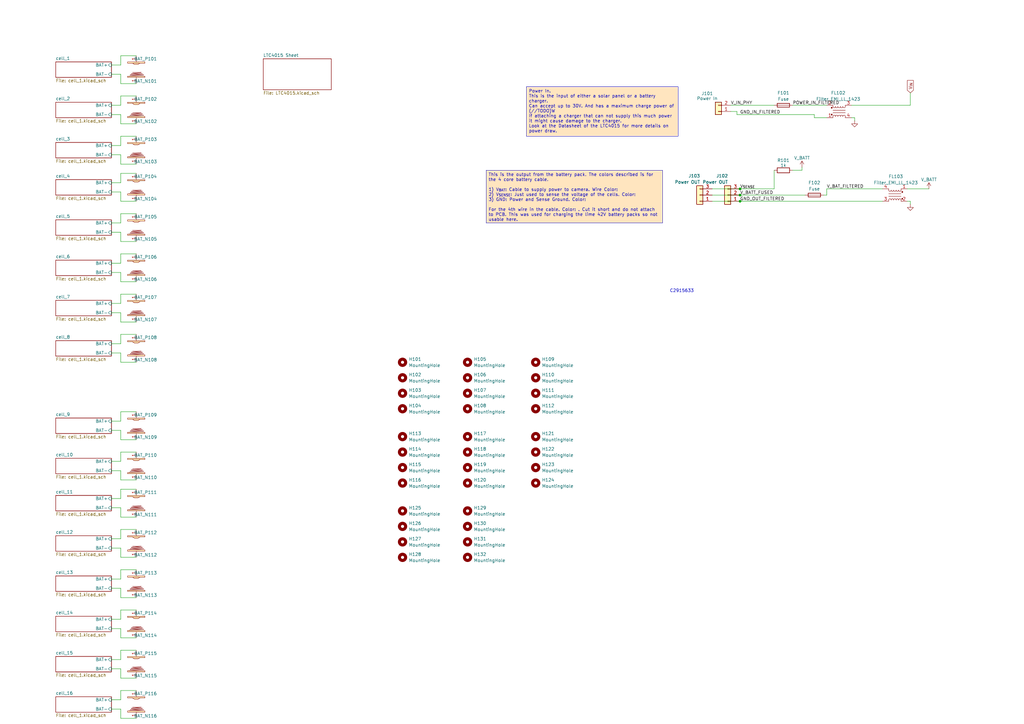
<source format=kicad_sch>
(kicad_sch (version 20250114) (generator "eeschema") (generator_version "9.0")
  (paper "A3")
  (lib_symbols
    (symbol "Connector_Generic:Conn_01x02" (pin_names (offset 1.016) (hide yes))
      (property "Reference" "J" (at 0 2.54 0))
      (property "Value" "Conn_01x02" (at 0 -5.08 0))
      (symbol "Conn_01x02_1_1"
        (rectangle (start -1.27 1.27) (end 1.27 -3.81) (stroke (width 0.254)) (fill (type background)))
        (rectangle (start -1.27 0.127) (end 0 -0.127) (stroke (width 0.1524)))
        (rectangle (start -1.27 -2.413) (end 0 -2.667) (stroke (width 0.1524)))
        (pin passive line (at -5.08 0 0) (length 3.81) (name "Pin_1") (number "1"))
        (pin passive line (at -5.08 -2.54 0) (length 3.81) (name "Pin_2") (number "2"))
      )
    )
    (symbol "Connector_Generic:Conn_01x03" (pin_names (offset 1.016) (hide yes))
      (property "Reference" "J" (at 0 5.08 0))
      (property "Value" "Conn_01x03" (at 0 -5.08 0))
      (symbol "Conn_01x03_1_1"
        (rectangle (start -1.27 3.81) (end 1.27 -3.81) (stroke (width 0.254)) (fill (type background)))
        (rectangle (start -1.27 2.667) (end 0 2.413) (stroke (width 0.1524)))
        (rectangle (start -1.27 0.127) (end 0 -0.127) (stroke (width 0.1524)))
        (rectangle (start -1.27 -2.413) (end 0 -2.667) (stroke (width 0.1524)))
        (pin passive line (at -5.08 2.54 0) (length 3.81) (name "Pin_1") (number "1"))
        (pin passive line (at -5.08 0 0) (length 3.81) (name "Pin_2") (number "2"))
        (pin passive line (at -5.08 -2.54 0) (length 3.81) (name "Pin_3") (number "3"))
      )
    )
    (symbol "Device:Filter_EMI_LL_1423" (pin_names (hide yes))
      (property "Reference" "FL" (at 0 4.445 0))
      (property "Value" "Filter_EMI_LL_1423" (at 0 -4.445 0))
      (symbol "Filter_EMI_LL_1423_0_1"
        (circle (center -3.048 1.524) (radius 0.254) (fill (type outline)))
        (circle (center -3.048 -1.27) (radius 0.254) (fill (type outline)))
        (polyline (pts (xy -2.54 2.032) (xy -2.54 2.54)))
        (polyline (pts (xy -2.54 0.508) (xy 2.54 0.508)))
        (polyline (pts (xy -2.54 -2.032) (xy -2.54 -2.54)))
        (arc (start -1.524 2.032) (mid -2.032 1.5262) (end -2.54 2.032))
        (arc (start -2.54 -2.032) (mid -2.032 -1.5262) (end -1.524 -2.032))
        (arc (start -0.508 2.032) (mid -1.016 1.5262) (end -1.524 2.032))
        (arc (start -1.524 -2.032) (mid -1.016 -1.5262) (end -0.508 -2.032))
        (arc (start 0.508 2.032) (mid 0 1.5262) (end -0.508 2.032))
        (arc (start -0.508 -2.032) (mid 0 -1.5262) (end 0.508 -2.032))
        (arc (start 1.524 2.032) (mid 1.016 1.5262) (end 0.508 2.032))
        (arc (start 0.508 -2.032) (mid 1.016 -1.5262) (end 1.524 -2.032))
        (arc (start 2.54 2.032) (mid 2.032 1.5262) (end 1.524 2.032))
        (arc (start 1.524 -2.032) (mid 2.032 -1.5262) (end 2.54 -2.032))
        (polyline (pts (xy 2.54 2.54) (xy 2.54 2.032)))
        (polyline (pts (xy 2.54 -0.508) (xy -2.54 -0.508)))
        (polyline (pts (xy 2.54 -2.032) (xy 2.54 -2.54)))
      )
      (symbol "Filter_EMI_LL_1423_1_1"
        (pin passive line (at -5.08 2.54 0) (length 2.54) (name "2") (number "2"))
        (pin passive line (at -5.08 -2.54 0) (length 2.54) (name "1") (number "1"))
        (pin passive line (at 5.08 2.54 180) (length 2.54) (name "3") (number "3"))
        (pin passive line (at 5.08 -2.54 180) (length 2.54) (name "4") (number "4"))
      )
    )
    (symbol "Device:Fuse" (pin_numbers (hide yes)) (pin_names (offset 0))
      (property "Reference" "F" (at 2.032 0 90))
      (property "Value" "Fuse" (at -1.905 0 90))
      (symbol "Fuse_0_1"
        (rectangle (start -0.762 -2.54) (end 0.762 2.54) (stroke (width 0.254)))
        (polyline (pts (xy 0 2.54) (xy 0 -2.54)))
      )
      (symbol "Fuse_1_1"
        (pin passive line (at 0 3.81 270) (length 1.27) (name "~") (number "1"))
        (pin passive line (at 0 -3.81 90) (length 1.27) (name "~") (number "2"))
      )
    )
    (symbol "Device:R" (pin_numbers (hide yes)) (pin_names (offset 0))
      (property "Reference" "R" (at 2.032 0 90))
      (property "Value" "R" (at 0 0 90))
      (symbol "R_0_1"
        (rectangle (start -1.016 -2.54) (end 1.016 2.54) (stroke (width 0.254)))
      )
      (symbol "R_1_1"
        (pin passive line (at 0 3.81 270) (length 1.27) (name "~") (number "1"))
        (pin passive line (at 0 -3.81 90) (length 1.27) (name "~") (number "2"))
      )
    )
    (symbol "MY-18650-04-J_1"
      (property "Reference" "BAT_P1" (at 2.54 1.27 0))
      (symbol "MY-18650-04-J_1_1_1"
        (polyline (pts (xy -1.524 -0.508) (xy 1.524 -0.508)))
        (polyline (pts (xy 3.556 0) (xy 3.556 -0.508) (xy 1.524 -0.508) (xy 0.762 -1.016) (xy -0.762 -1.016) (xy -1.524 -0.508) (xy -3.556 -0.508) (xy -3.556 0) (xy 3.556 0)) (fill (type color) (color 255 255 194 1)))
        (pin unspecified line (at 0 2.54 270) (length 2.54) (name "") (number "1"))
      )
    )
    (symbol "Mechanical:MountingHole" (pin_names (offset 1.016)) (in_bom no)
      (property "Reference" "H" (at 0 5.08 0))
      (property "Value" "MountingHole" (at 0 3.175 0))
      (symbol "MountingHole_0_1"
        (circle (center 0 0) (radius 1.27) (stroke (width 1.27)))
      )
    )
    (symbol "cacophony-library:MY-18650-05-J"
      (property "Reference" "BAT_N2" (at 2.54 -1.27 0))
      (symbol "MY-18650-05-J_1_1"
        (rectangle (start -3.556 0.508) (end 3.556 0) (fill (type color) (color 255 255 194 1)))
        (polyline (pts (xy -3.048 0.508) (xy 3.048 1.016)))
        (polyline (pts (xy -2.54 1.016) (xy 2.54 1.524)))
        (polyline (pts (xy -2.032 1.524) (xy 2.032 2.032)))
        (polyline (pts (xy 2.032 2.032) (xy -1.524 2.032)))
        (polyline (pts (xy 2.54 1.524) (xy -2.032 1.524)))
        (polyline (pts (xy 3.048 1.016) (xy -2.54 1.016)))
        (pin power_out line (at 0 -2.54 90) (length 2.54) (name "") (number "1"))
      )
    )
    (symbol "cacophony-library:V_BATT" (power) (pin_names (offset 0))
      (property "Value" "V_BATT" (at 0 3.81 0))
      (symbol "V_BATT_0_1"
        (polyline (pts (xy -0.762 1.27) (xy 0 2.54)))
        (polyline (pts (xy 0 2.54) (xy 0.762 1.27)))
        (polyline (pts (xy 0 0) (xy 0 2.54)))
      )
      (symbol "V_BATT_1_1"
        (pin power_in line (at 0 0 90) (length 0) (hide yes) (name "V_BATT") (number "1"))
      )
    )
    (symbol "power:GND" (power) (pin_numbers (hide yes)) (pin_names (offset 0) (hide yes))
      (property "Value" "GND" (at 0 -3.81 0))
      (symbol "GND_0_1"
        (polyline (pts (xy 0 0) (xy 0 -1.27) (xy 1.27 -1.27) (xy 0 -2.54) (xy -1.27 -1.27) (xy 0 -1.27)))
      )
      (symbol "GND_1_1"
        (pin power_in line (at 0 0 270) (length 0) (name "~") (number "1"))
      )
    )
  )
  (text "C2915633" (at 279.654 119.38 0) (effects (font (size 1.27 1.27))))
  (text_box "This is the output from the battery pack. The colors described is for the 4 core battery cable.\n\n1) V_{BAT}: Cable to supply power to camera. Wire Color: \n2) V_{SENSE}: Just used to sense the voltage of the cells. Color: \n3) GND: Power and Sense Ground. Color: \n\nFor the 4th wire in the cable. Color: . Cut it short and do not attach to PCB. This was used for charging the lime 42V battery packs so not usable here.\n" (at 199.39 69.85 0) (size 72.39 21.59) (margins 0.9525 0.9525 0.9525 0.9525) (fill (type color) (color 255 229 191 1)) (effects (font (size 1.27 1.27)) (justify left top)))
  (text_box "Power In.\nThis is the input of either a solar panel or a battery charger.\nCan accept up to 30V. And has a maximum charge power of (//TODO)W\nIf attaching a charger that can not supply this much power it might cause damage to the charger.\nLook at the Datasheet of the LTC4015 for more details on power draw." (at 215.9 35.56 0) (size 62.23 20.32) (margins 0.9525 0.9525 0.9525 0.9525) (fill (type color) (color 255 229 191 1)) (effects (font (size 1.27 1.27)) (justify left top)))
  (junction (at 303.53 82.55))
  (junction (at 303.53 80.01))
  (junction (at 303.53 77.47))
  (wire (pts (xy 45.72 59.69) (xy 49.53 59.69)))
  (wire (pts (xy 45.72 270.51) (xy 49.53 270.51)))
  (wire (pts (xy 49.53 140.97) (xy 49.53 137.16)))
  (wire (pts (xy 373.38 82.55) (xy 373.38 83.82)))
  (wire (pts (xy 45.72 91.44) (xy 49.53 91.44)))
  (wire (pts (xy 292.1 77.47) (xy 303.53 77.47)))
  (wire (pts (xy 49.53 74.93) (xy 49.53 71.12)))
  (wire (pts (xy 49.53 91.44) (xy 49.53 87.63)))
  (wire (pts (xy 49.53 137.16) (xy 55.88 137.16)))
  (wire (pts (xy 49.53 189.23) (xy 49.53 185.42)))
  (wire (pts (xy 49.53 43.18) (xy 49.53 39.37)))
  (wire (pts (xy 49.53 196.85) (xy 55.88 196.85)))
  (wire (pts (xy 49.53 224.79) (xy 49.53 228.6)))
  (wire (pts (xy 45.72 241.3) (xy 49.53 241.3)))
  (wire (pts (xy 45.72 189.23) (xy 49.53 189.23)))
  (wire (pts (xy 49.53 261.62) (xy 55.88 261.62)))
  (wire (pts (xy 49.53 220.98) (xy 49.53 217.17)))
  (wire (pts (xy 45.72 237.49) (xy 49.53 237.49)))
  (wire (pts (xy 45.72 220.98) (xy 49.53 220.98)))
  (wire (pts (xy 49.53 144.78) (xy 49.53 148.59)))
  (wire (pts (xy 49.53 128.27) (xy 49.53 132.08)))
  (wire (pts (xy 45.72 274.32) (xy 49.53 274.32)))
  (wire (pts (xy 49.53 50.8) (xy 55.88 50.8)))
  (wire (pts (xy 49.53 233.68) (xy 55.88 233.68)))
  (wire (pts (xy 49.53 104.14) (xy 55.88 104.14)))
  (wire (pts (xy 49.53 55.88) (xy 55.88 55.88)))
  (wire (pts (xy 49.53 168.91) (xy 55.88 168.91)))
  (wire (pts (xy 49.53 237.49) (xy 49.53 233.68)))
  (wire (pts (xy 49.53 148.59) (xy 55.88 148.59)))
  (wire (pts (xy 49.53 46.99) (xy 49.53 50.8)))
  (wire (pts (xy 49.53 193.04) (xy 49.53 196.85)))
  (wire (pts (xy 49.53 180.34) (xy 55.88 180.34)))
  (wire (pts (xy 49.53 30.48) (xy 49.53 34.29)))
  (wire (pts (xy 49.53 22.86) (xy 55.88 22.86)))
  (wire (pts (xy 49.53 63.5) (xy 49.53 67.31)))
  (wire (pts (xy 292.1 80.01) (xy 303.53 80.01)))
  (wire (pts (xy 349.25 48.26) (xy 350.52 48.26)))
  (wire (pts (xy 45.72 193.04) (xy 49.53 193.04)))
  (wire (pts (xy 49.53 132.08) (xy 55.88 132.08)))
  (wire (pts (xy 328.93 69.85) (xy 328.93 68.58)))
  (wire (pts (xy 372.11 77.47) (xy 381 77.47)))
  (wire (pts (xy 49.53 208.28) (xy 49.53 212.09)))
  (wire (pts (xy 45.72 128.27) (xy 49.53 128.27)))
  (wire (pts (xy 45.72 78.74) (xy 49.53 78.74)))
  (wire (pts (xy 49.53 111.76) (xy 49.53 115.57)))
  (wire (pts (xy 49.53 172.72) (xy 49.53 168.91)))
  (wire (pts (xy 49.53 254) (xy 49.53 250.19)))
  (wire (pts (xy 49.53 95.25) (xy 49.53 99.06)))
  (wire (pts (xy 325.12 69.85) (xy 328.93 69.85)))
  (wire (pts (xy 49.53 200.66) (xy 55.88 200.66)))
  (wire (pts (xy 49.53 278.13) (xy 55.88 278.13)))
  (wire (pts (xy 49.53 120.65) (xy 55.88 120.65)))
  (wire (pts (xy 303.53 80.01) (xy 330.2 80.01)))
  (wire (pts (xy 49.53 217.17) (xy 55.88 217.17)))
  (wire (pts (xy 49.53 78.74) (xy 49.53 82.55)))
  (wire (pts (xy 49.53 228.6) (xy 55.88 228.6)))
  (wire (pts (xy 49.53 67.31) (xy 55.88 67.31)))
  (wire (pts (xy 49.53 34.29) (xy 55.88 34.29)))
  (wire (pts (xy 49.53 274.32) (xy 49.53 278.13)))
  (wire (pts (xy 49.53 82.55) (xy 55.88 82.55)))
  (wire (pts (xy 49.53 71.12) (xy 55.88 71.12)))
  (wire (pts (xy 299.72 43.18) (xy 317.5 43.18)))
  (wire (pts (xy 45.72 30.48) (xy 49.53 30.48)))
  (wire (pts (xy 292.1 82.55) (xy 303.53 82.55)))
  (wire (pts (xy 334.01 46.99) (xy 334.01 48.26)))
  (wire (pts (xy 45.72 124.46) (xy 49.53 124.46)))
  (wire (pts (xy 49.53 59.69) (xy 49.53 55.88)))
  (wire (pts (xy 49.53 99.06) (xy 55.88 99.06)))
  (wire (pts (xy 49.53 245.11) (xy 55.88 245.11)))
  (wire (pts (xy 45.72 26.67) (xy 49.53 26.67)))
  (wire (pts (xy 302.26 46.99) (xy 334.01 46.99)))
  (wire (pts (xy 45.72 290.83) (xy 49.53 290.83)))
  (wire (pts (xy 49.53 270.51) (xy 49.53 266.7)))
  (wire (pts (xy 45.72 254) (xy 49.53 254)))
  (wire (pts (xy 302.26 45.72) (xy 302.26 46.99)))
  (wire (pts (xy 349.25 43.18) (xy 373.38 43.18)))
  (wire (pts (xy 45.72 107.95) (xy 49.53 107.95)))
  (wire (pts (xy 45.72 140.97) (xy 49.53 140.97)))
  (wire (pts (xy 49.53 39.37) (xy 55.88 39.37)))
  (wire (pts (xy 49.53 115.57) (xy 55.88 115.57)))
  (wire (pts (xy 49.53 87.63) (xy 55.88 87.63)))
  (wire (pts (xy 339.09 77.47) (xy 339.09 80.01)))
  (wire (pts (xy 45.72 111.76) (xy 49.53 111.76)))
  (wire (pts (xy 303.53 82.55) (xy 361.95 82.55)))
  (wire (pts (xy 45.72 176.53) (xy 49.53 176.53)))
  (wire (pts (xy 299.72 45.72) (xy 302.26 45.72)))
  (wire (pts (xy 317.5 69.85) (xy 317.5 77.47)))
  (wire (pts (xy 49.53 283.21) (xy 55.88 283.21)))
  (wire (pts (xy 45.72 46.99) (xy 49.53 46.99)))
  (wire (pts (xy 334.01 48.26) (xy 339.09 48.26)))
  (wire (pts (xy 339.09 77.47) (xy 361.95 77.47)))
  (wire (pts (xy 325.12 43.18) (xy 339.09 43.18)))
  (wire (pts (xy 45.72 257.81) (xy 49.53 257.81)))
  (wire (pts (xy 49.53 176.53) (xy 49.53 180.34)))
  (wire (pts (xy 45.72 144.78) (xy 49.53 144.78)))
  (wire (pts (xy 45.72 43.18) (xy 49.53 43.18)))
  (wire (pts (xy 317.5 77.47) (xy 303.53 77.47)))
  (wire (pts (xy 49.53 287.02) (xy 49.53 283.21)))
  (wire (pts (xy 45.72 208.28) (xy 49.53 208.28)))
  (wire (pts (xy 337.82 80.01) (xy 339.09 80.01)))
  (wire (pts (xy 49.53 290.83) (xy 49.53 294.64)))
  (wire (pts (xy 49.53 212.09) (xy 55.88 212.09)))
  (wire (pts (xy 45.72 224.79) (xy 49.53 224.79)))
  (wire (pts (xy 49.53 124.46) (xy 49.53 120.65)))
  (wire (pts (xy 49.53 26.67) (xy 49.53 22.86)))
  (wire (pts (xy 49.53 204.47) (xy 49.53 200.66)))
  (wire (pts (xy 49.53 250.19) (xy 55.88 250.19)))
  (wire (pts (xy 45.72 204.47) (xy 49.53 204.47)))
  (wire (pts (xy 45.72 172.72) (xy 49.53 172.72)))
  (wire (pts (xy 49.53 294.64) (xy 55.88 294.64)))
  (wire (pts (xy 45.72 63.5) (xy 49.53 63.5)))
  (wire (pts (xy 49.53 266.7) (xy 55.88 266.7)))
  (wire (pts (xy 49.53 185.42) (xy 55.88 185.42)))
  (wire (pts (xy 373.38 38.1) (xy 373.38 43.18)))
  (wire (pts (xy 49.53 257.81) (xy 49.53 261.62)))
  (wire (pts (xy 45.72 287.02) (xy 49.53 287.02)))
  (wire (pts (xy 49.53 107.95) (xy 49.53 104.14)))
  (wire (pts (xy 45.72 95.25) (xy 49.53 95.25)))
  (wire (pts (xy 372.11 82.55) (xy 373.38 82.55)))
  (wire (pts (xy 45.72 74.93) (xy 49.53 74.93)))
  (wire (pts (xy 49.53 241.3) (xy 49.53 245.11)))
  (wire (pts (xy 350.52 48.26) (xy 350.52 49.53)))
  (label "POWER_IN_FILTERED" (at 325.12 43.18 0))
  (label "V_BAT_FILTERED" (at 339.09 77.47 0))
  (label "GND_IN_FILTERED" (at 303.53 46.99 0))
  (label "GND_OUT_FILTERED" (at 303.53 82.55 0))
  (label "V_BATT_FUSED" (at 303.53 80.01 0))
  (label "V_{SENSE}" (at 303.53 77.47 0))
  (label "V_IN_PHY" (at 299.72 43.18 0))
  (global_label "V_{IN}" (shape input) (at 373.38 38.1 90) (property "Intersheetrefs" "${INTERSHEET_REFS}" (effects (hide yes))))
  (symbol (lib_id "Mechanical:MountingHole") (at 219.71 179.07 0) (unit 1) (in_bom no)
    (property "Reference" "H121" (at 222.25 177.7999 0) (effects (justify left)))
    (property "Value" "MountingHole" (at 222.25 180.3399 0) (effects (justify left)))
    (property "Footprint" "cacophony-library:MountingHole_3.2mm_no_bolt_head" (effects (hide yes)))
    (property "Description" "Mounting Hole without connection" (effects (hide yes)))
  )
  (symbol (lib_id "cacophony-library:MY-18650-05-J") (at 55.88 113.03 0) (unit 1)
    (property "Reference" "BAT_N106" (at 59.69 114.554 0))
    (property "Value" "MY-18650-05-J" (effects (hide yes)))
    (property "Footprint" "cacophony-library:BAT-TH_MY-18650-05-J" (effects (hide yes)))
    (property "LCSC Part" "C19184124" (effects (hide yes)))
  )
  (symbol (lib_id "cacophony-library:MY-18650-05-J") (at 55.88 31.75 0) (unit 1)
    (property "Reference" "BAT_N101" (at 59.69 33.274 0))
    (property "Value" "MY-18650-05-J" (effects (hide yes)))
    (property "Footprint" "cacophony-library:BAT-TH_MY-18650-05-J" (effects (hide yes)))
    (property "LCSC Part" "C19184124" (effects (hide yes)))
  )
  (symbol (lib_id "Mechanical:MountingHole") (at 165.1 148.59 0) (unit 1) (in_bom no)
    (property "Reference" "H101" (at 167.64 147.3199 0) (effects (justify left)))
    (property "Value" "MountingHole" (at 167.64 149.8599 0) (effects (justify left)))
    (property "Footprint" "cacophony-library:MountingHole_3.2mm_no_bolt_head" (effects (hide yes)))
    (property "Description" "Mounting Hole without connection" (effects (hide yes)))
  )
  (symbol (lib_name "MY-18650-04-J_1") (lib_id "cacophony-library:MY-18650-04-J") (at 55.88 123.19 0) (unit 1)
    (property "Reference" "BAT_P107" (at 59.69 121.92 0))
    (property "Value" "MY-18650-04-J" (effects (hide yes)))
    (property "Footprint" "cacophony-library:BAT-TH_MY-18650-04-J" (effects (hide yes)))
    (property "LCSC Part" "C19184125" (effects (hide yes)))
  )
  (symbol (lib_id "Mechanical:MountingHole") (at 165.1 179.07 0) (unit 1) (in_bom no)
    (property "Reference" "H113" (at 167.64 177.7999 0) (effects (justify left)))
    (property "Value" "MountingHole" (at 167.64 180.3399 0) (effects (justify left)))
    (property "Footprint" "cacophony-library:MountingHole_3.2mm_no_bolt_head" (effects (hide yes)))
    (property "Description" "Mounting Hole without connection" (effects (hide yes)))
  )
  (symbol (lib_name "MY-18650-04-J_1") (lib_id "cacophony-library:MY-18650-04-J") (at 55.88 236.22 0) (unit 1)
    (property "Reference" "BAT_P113" (at 59.69 234.95 0))
    (property "Value" "MY-18650-04-J" (effects (hide yes)))
    (property "Footprint" "cacophony-library:BAT-TH_MY-18650-04-J" (effects (hide yes)))
    (property "LCSC Part" "C19184125" (effects (hide yes)))
  )
  (symbol (lib_id "Mechanical:MountingHole") (at 219.71 154.94 0) (unit 1) (in_bom no)
    (property "Reference" "H110" (at 222.25 153.6699 0) (effects (justify left)))
    (property "Value" "MountingHole" (at 222.25 156.2099 0) (effects (justify left)))
    (property "Footprint" "cacophony-library:MountingHole_3.2mm_no_bolt_head" (effects (hide yes)))
    (property "Description" "Mounting Hole without connection" (effects (hide yes)))
  )
  (symbol (lib_id "Mechanical:MountingHole") (at 165.1 215.9 0) (unit 1) (in_bom no)
    (property "Reference" "H126" (at 167.64 214.6299 0) (effects (justify left)))
    (property "Value" "MountingHole" (at 167.64 217.1699 0) (effects (justify left)))
    (property "Footprint" "cacophony-library:MountingHole_3.2mm_no_bolt_head" (effects (hide yes)))
    (property "Description" "Mounting Hole without connection" (effects (hide yes)))
  )
  (symbol (lib_id "cacophony-library:MY-18650-05-J") (at 55.88 80.01 0) (unit 1)
    (property "Reference" "BAT_N104" (at 59.69 81.534 0))
    (property "Value" "MY-18650-05-J" (effects (hide yes)))
    (property "Footprint" "cacophony-library:BAT-TH_MY-18650-05-J" (effects (hide yes)))
    (property "LCSC Part" "C19184124" (effects (hide yes)))
  )
  (symbol (lib_id "cacophony-library:MY-18650-05-J") (at 55.88 242.57 0) (unit 1)
    (property "Reference" "BAT_N113" (at 59.69 244.094 0))
    (property "Value" "MY-18650-05-J" (effects (hide yes)))
    (property "Footprint" "cacophony-library:BAT-TH_MY-18650-05-J" (effects (hide yes)))
    (property "LCSC Part" "C19184124" (effects (hide yes)))
  )
  (symbol (lib_id "cacophony-library:MY-18650-05-J") (at 55.88 96.52 0) (unit 1)
    (property "Reference" "BAT_N105" (at 59.69 98.044 0))
    (property "Value" "MY-18650-05-J" (effects (hide yes)))
    (property "Footprint" "cacophony-library:BAT-TH_MY-18650-05-J" (effects (hide yes)))
    (property "LCSC Part" "C19184124" (effects (hide yes)))
  )
  (symbol (lib_id "cacophony-library:MY-18650-05-J") (at 55.88 129.54 0) (unit 1)
    (property "Reference" "BAT_N107" (at 59.69 131.064 0))
    (property "Value" "MY-18650-05-J" (effects (hide yes)))
    (property "Footprint" "cacophony-library:BAT-TH_MY-18650-05-J" (effects (hide yes)))
    (property "LCSC Part" "C19184124" (effects (hide yes)))
  )
  (symbol (lib_id "Mechanical:MountingHole") (at 219.71 167.64 0) (unit 1) (in_bom no)
    (property "Reference" "H112" (at 222.25 166.3699 0) (effects (justify left)))
    (property "Value" "MountingHole" (at 222.25 168.9099 0) (effects (justify left)))
    (property "Footprint" "cacophony-library:MountingHole_3.2mm_no_bolt_head" (effects (hide yes)))
    (property "Description" "Mounting Hole without connection" (effects (hide yes)))
  )
  (symbol (lib_name "MY-18650-04-J_1") (lib_id "cacophony-library:MY-18650-04-J") (at 55.88 187.96 0) (unit 1)
    (property "Reference" "BAT_P110" (at 59.69 186.69 0))
    (property "Value" "MY-18650-04-J" (effects (hide yes)))
    (property "Footprint" "cacophony-library:BAT-TH_MY-18650-04-J" (effects (hide yes)))
    (property "LCSC Part" "C19184125" (effects (hide yes)))
  )
  (symbol (lib_id "Mechanical:MountingHole") (at 165.1 154.94 0) (unit 1) (in_bom no)
    (property "Reference" "H102" (at 167.64 153.6699 0) (effects (justify left)))
    (property "Value" "MountingHole" (at 167.64 156.2099 0) (effects (justify left)))
    (property "Footprint" "cacophony-library:MountingHole_3.2mm_no_bolt_head" (effects (hide yes)))
    (property "Description" "Mounting Hole without connection" (effects (hide yes)))
  )
  (symbol (lib_id "Mechanical:MountingHole") (at 191.77 228.6 0) (unit 1) (in_bom no)
    (property "Reference" "H132" (at 194.31 227.3299 0) (effects (justify left)))
    (property "Value" "MountingHole" (at 194.31 229.8699 0) (effects (justify left)))
    (property "Footprint" "cacophony-library:MountingHole_3.2mm_no_bolt_head" (effects (hide yes)))
    (property "Description" "Mounting Hole without connection" (effects (hide yes)))
  )
  (symbol (lib_id "Mechanical:MountingHole") (at 165.1 209.55 0) (unit 1) (in_bom no)
    (property "Reference" "H125" (at 167.64 208.2799 0) (effects (justify left)))
    (property "Value" "MountingHole" (at 167.64 210.8199 0) (effects (justify left)))
    (property "Footprint" "cacophony-library:MountingHole_3.2mm_no_bolt_head" (effects (hide yes)))
    (property "Description" "Mounting Hole without connection" (effects (hide yes)))
  )
  (symbol (lib_name "MY-18650-04-J_1") (lib_id "cacophony-library:MY-18650-04-J") (at 55.88 90.17 0) (unit 1)
    (property "Reference" "BAT_P105" (at 59.69 88.9 0))
    (property "Value" "MY-18650-04-J" (effects (hide yes)))
    (property "Footprint" "cacophony-library:BAT-TH_MY-18650-04-J" (effects (hide yes)))
    (property "LCSC Part" "C19184125" (effects (hide yes)))
  )
  (symbol (lib_id "cacophony-library:MY-18650-05-J") (at 55.88 64.77 0) (unit 1)
    (property "Reference" "BAT_N103" (at 59.69 66.294 0))
    (property "Value" "MY-18650-05-J" (effects (hide yes)))
    (property "Footprint" "cacophony-library:BAT-TH_MY-18650-05-J" (effects (hide yes)))
    (property "LCSC Part" "C19184124" (effects (hide yes)))
  )
  (symbol (lib_name "MY-18650-04-J_1") (lib_id "cacophony-library:MY-18650-04-J") (at 55.88 285.75 0) (unit 1)
    (property "Reference" "BAT_P116" (at 59.69 284.48 0))
    (property "Value" "MY-18650-04-J" (effects (hide yes)))
    (property "Footprint" "cacophony-library:BAT-TH_MY-18650-04-J" (effects (hide yes)))
    (property "LCSC Part" "C19184125" (effects (hide yes)))
  )
  (symbol (lib_id "Device:Filter_EMI_LL_1423") (at 367.03 80.01 180) (unit 1)
    (property "Reference" "FL103" (at 367.411 72.39 0))
    (property "Value" "Filter_EMI_LL_1423" (at 367.411 74.93 0))
    (property "Footprint" "cacophony-library:FILTER-SMD_4P-L7.0-W6.0-TL_CYSCM7060FTL" (effects (hide yes)))
    (property "Description" "EMI 2-inductor filter, pin-connections 1-4 and 2-3" (effects (hide yes)))
    (property "LCSC Part" "C261388" (effects (hide yes)))
  )
  (symbol (lib_id "Mechanical:MountingHole") (at 191.77 161.29 0) (unit 1) (in_bom no)
    (property "Reference" "H107" (at 194.31 160.0199 0) (effects (justify left)))
    (property "Value" "MountingHole" (at 194.31 162.5599 0) (effects (justify left)))
    (property "Footprint" "cacophony-library:MountingHole_3.2mm_no_bolt_head" (effects (hide yes)))
    (property "Description" "Mounting Hole without connection" (effects (hide yes)))
  )
  (symbol (lib_id "power:GND") (at 350.52 49.53 0) (unit 1)
    (property "Reference" "#PWR0101" (effects (hide yes)))
    (property "Value" "GND" (effects (hide yes)))
    (property "Description" "Power symbol creates a global label with name \"GND\" , ground" (effects (hide yes)))
  )
  (symbol (lib_id "Device:Filter_EMI_LL_1423") (at 344.17 45.72 0) (unit 1)
    (property "Reference" "FL102" (at 343.789 38.1 0))
    (property "Value" "Filter_EMI_LL_1423" (at 343.789 40.64 0))
    (property "Footprint" "cacophony-library:FILTER-SMD_4P-L7.0-W6.0-TL_CYSCM7060FTL" (effects (hide yes)))
    (property "Description" "EMI 2-inductor filter, pin-connections 1-4 and 2-3" (effects (hide yes)))
    (property "LCSC Part" "C261388" (effects (hide yes)))
  )
  (symbol (lib_id "Mechanical:MountingHole") (at 191.77 209.55 0) (unit 1) (in_bom no)
    (property "Reference" "H129" (at 194.31 208.2799 0) (effects (justify left)))
    (property "Value" "MountingHole" (at 194.31 210.8199 0) (effects (justify left)))
    (property "Footprint" "cacophony-library:MountingHole_3.2mm_no_bolt_head" (effects (hide yes)))
    (property "Description" "Mounting Hole without connection" (effects (hide yes)))
  )
  (symbol (lib_id "cacophony-library:MY-18650-05-J") (at 55.88 177.8 0) (unit 1)
    (property "Reference" "BAT_N109" (at 59.69 179.324 0))
    (property "Value" "MY-18650-05-J" (effects (hide yes)))
    (property "Footprint" "cacophony-library:BAT-TH_MY-18650-05-J" (effects (hide yes)))
    (property "LCSC Part" "C19184124" (effects (hide yes)))
  )
  (symbol (lib_id "Mechanical:MountingHole") (at 191.77 185.42 0) (unit 1) (in_bom no)
    (property "Reference" "H118" (at 194.31 184.1499 0) (effects (justify left)))
    (property "Value" "MountingHole" (at 194.31 186.6899 0) (effects (justify left)))
    (property "Footprint" "cacophony-library:MountingHole_3.2mm_no_bolt_head" (effects (hide yes)))
    (property "Description" "Mounting Hole without connection" (effects (hide yes)))
  )
  (symbol (lib_id "cacophony-library:V_BATT") (at 328.93 68.58 0) (unit 1)
    (property "Reference" "#PWR0104" (effects (hide yes)))
    (property "Value" "V_BATT" (at 328.93 64.77 0))
    (property "Description" "Power symbol creates a global label with name \"+1V0\"" (effects (hide yes)))
  )
  (symbol (lib_id "Mechanical:MountingHole") (at 165.1 185.42 0) (unit 1) (in_bom no)
    (property "Reference" "H114" (at 167.64 184.1499 0) (effects (justify left)))
    (property "Value" "MountingHole" (at 167.64 186.6899 0) (effects (justify left)))
    (property "Footprint" "cacophony-library:MountingHole_3.2mm_no_bolt_head" (effects (hide yes)))
    (property "Description" "Mounting Hole without connection" (effects (hide yes)))
  )
  (symbol (lib_name "MY-18650-04-J_1") (lib_id "cacophony-library:MY-18650-04-J") (at 55.88 58.42 0) (unit 1)
    (property "Reference" "BAT_P103" (at 59.69 57.15 0))
    (property "Value" "MY-18650-04-J" (effects (hide yes)))
    (property "Footprint" "cacophony-library:BAT-TH_MY-18650-04-J" (effects (hide yes)))
    (property "LCSC Part" "C19184125" (effects (hide yes)))
  )
  (symbol (lib_id "Connector_Generic:Conn_01x03") (at 298.45 80.01 180) (unit 1)
    (property "Reference" "J102" (at 296.164 72.136 0))
    (property "Value" "Power OUT" (at 293.37 74.676 0))
    (property "Footprint" "Connector_JST:JST_VH_B3P-VH-B_1x03_P3.96mm_Vertical" (effects (hide yes)))
    (property "Description" "Generic connector, single row, 01x03, script generated (kicad-library-utils/schlib/autogen/connector/)" (effects (hide yes)))
    (property "LCSC Part" "C160316" (effects (hide yes)))
  )
  (symbol (lib_id "Mechanical:MountingHole") (at 191.77 154.94 0) (unit 1) (in_bom no)
    (property "Reference" "H106" (at 194.31 153.6699 0) (effects (justify left)))
    (property "Value" "MountingHole" (at 194.31 156.2099 0) (effects (justify left)))
    (property "Footprint" "cacophony-library:MountingHole_3.2mm_no_bolt_head" (effects (hide yes)))
    (property "Description" "Mounting Hole without connection" (effects (hide yes)))
  )
  (symbol (lib_id "cacophony-library:V_BATT") (at 381 77.47 0) (unit 1)
    (property "Reference" "#PWR0103" (effects (hide yes)))
    (property "Value" "V_BATT" (at 381 73.66 0))
    (property "Description" "Power symbol creates a global label with name \"+1V0\"" (effects (hide yes)))
  )
  (symbol (lib_id "Mechanical:MountingHole") (at 191.77 179.07 0) (unit 1) (in_bom no)
    (property "Reference" "H117" (at 194.31 177.7999 0) (effects (justify left)))
    (property "Value" "MountingHole" (at 194.31 180.3399 0) (effects (justify left)))
    (property "Footprint" "cacophony-library:MountingHole_3.2mm_no_bolt_head" (effects (hide yes)))
    (property "Description" "Mounting Hole without connection" (effects (hide yes)))
  )
  (symbol (lib_name "MY-18650-04-J_1") (lib_id "cacophony-library:MY-18650-04-J") (at 55.88 25.4 0) (unit 1)
    (property "Reference" "BAT_P101" (at 59.69 24.13 0))
    (property "Value" "MY-18650-04-J" (effects (hide yes)))
    (property "Footprint" "cacophony-library:BAT-TH_MY-18650-04-J" (effects (hide yes)))
    (property "LCSC Part" "C19184125" (effects (hide yes)))
  )
  (symbol (lib_id "Device:R") (at 321.31 69.85 90) (unit 1)
    (property "Reference" "R101" (at 321.31 65.786 90))
    (property "Value" "1k" (at 321.31 67.818 90))
    (property "Footprint" "Resistor_SMD:R_0603_1608Metric" (effects (hide yes)))
    (property "Description" "Resistor" (effects (hide yes)))
  )
  (symbol (lib_id "Mechanical:MountingHole") (at 165.1 222.25 0) (unit 1) (in_bom no)
    (property "Reference" "H127" (at 167.64 220.9799 0) (effects (justify left)))
    (property "Value" "MountingHole" (at 167.64 223.5199 0) (effects (justify left)))
    (property "Footprint" "cacophony-library:MountingHole_3.2mm_no_bolt_head" (effects (hide yes)))
    (property "Description" "Mounting Hole without connection" (effects (hide yes)))
  )
  (symbol (lib_name "MY-18650-04-J_1") (lib_id "cacophony-library:MY-18650-04-J") (at 55.88 219.71 0) (unit 1)
    (property "Reference" "BAT_P112" (at 59.69 218.44 0))
    (property "Value" "MY-18650-04-J" (effects (hide yes)))
    (property "Footprint" "cacophony-library:BAT-TH_MY-18650-04-J" (effects (hide yes)))
    (property "LCSC Part" "C19184125" (effects (hide yes)))
  )
  (symbol (lib_name "MY-18650-04-J_1") (lib_id "cacophony-library:MY-18650-04-J") (at 55.88 269.24 0) (unit 1)
    (property "Reference" "BAT_P115" (at 59.69 267.97 0))
    (property "Value" "MY-18650-04-J" (effects (hide yes)))
    (property "Footprint" "cacophony-library:BAT-TH_MY-18650-04-J" (effects (hide yes)))
    (property "LCSC Part" "C19184125" (effects (hide yes)))
  )
  (symbol (lib_id "cacophony-library:MY-18650-05-J") (at 55.88 275.59 0) (unit 1)
    (property "Reference" "BAT_N115" (at 59.69 277.114 0))
    (property "Value" "MY-18650-05-J" (effects (hide yes)))
    (property "Footprint" "cacophony-library:BAT-TH_MY-18650-05-J" (effects (hide yes)))
    (property "LCSC Part" "C19184124" (effects (hide yes)))
  )
  (symbol (lib_id "Mechanical:MountingHole") (at 219.71 185.42 0) (unit 1) (in_bom no)
    (property "Reference" "H122" (at 222.25 184.1499 0) (effects (justify left)))
    (property "Value" "MountingHole" (at 222.25 186.6899 0) (effects (justify left)))
    (property "Footprint" "cacophony-library:MountingHole_3.2mm_no_bolt_head" (effects (hide yes)))
    (property "Description" "Mounting Hole without connection" (effects (hide yes)))
  )
  (symbol (lib_id "Mechanical:MountingHole") (at 191.77 198.12 0) (unit 1) (in_bom no)
    (property "Reference" "H120" (at 194.31 196.8499 0) (effects (justify left)))
    (property "Value" "MountingHole" (at 194.31 199.3899 0) (effects (justify left)))
    (property "Footprint" "cacophony-library:MountingHole_3.2mm_no_bolt_head" (effects (hide yes)))
    (property "Description" "Mounting Hole without connection" (effects (hide yes)))
  )
  (symbol (lib_id "Mechanical:MountingHole") (at 165.1 228.6 0) (unit 1) (in_bom no)
    (property "Reference" "H128" (at 167.64 227.3299 0) (effects (justify left)))
    (property "Value" "MountingHole" (at 167.64 229.8699 0) (effects (justify left)))
    (property "Footprint" "cacophony-library:MountingHole_3.2mm_no_bolt_head" (effects (hide yes)))
    (property "Description" "Mounting Hole without connection" (effects (hide yes)))
  )
  (symbol (lib_id "Connector_Generic:Conn_01x03") (at 287.02 80.01 180) (unit 1)
    (property "Reference" "J103" (at 284.734 72.136 0))
    (property "Value" "Power OUT" (at 281.94 74.676 0))
    (property "Footprint" "Connector_JST:JST_VH_B3P-VH-B_1x03_P3.96mm_Vertical" (effects (hide yes)))
    (property "Description" "Generic connector, single row, 01x03, script generated (kicad-library-utils/schlib/autogen/connector/)" (effects (hide yes)))
    (property "LCSC Part" "C160316" (effects (hide yes)))
  )
  (symbol (lib_id "Device:Fuse") (at 321.31 43.18 90) (unit 1)
    (property "Reference" "F101" (at 321.31 38.1 90))
    (property "Value" "Fuse" (at 321.31 40.64 90))
    (property "Footprint" "Fuse:Fuse_0805_2012Metric" (effects (hide yes)))
    (property "Description" "Fuse" (effects (hide yes)))
  )
  (symbol (lib_id "Mechanical:MountingHole") (at 219.71 148.59 0) (unit 1) (in_bom no)
    (property "Reference" "H109" (at 222.25 147.3199 0) (effects (justify left)))
    (property "Value" "MountingHole" (at 222.25 149.8599 0) (effects (justify left)))
    (property "Footprint" "cacophony-library:MountingHole_3.2mm_no_bolt_head" (effects (hide yes)))
    (property "Description" "Mounting Hole without connection" (effects (hide yes)))
  )
  (symbol (lib_id "cacophony-library:MY-18650-05-J") (at 55.88 194.31 0) (unit 1)
    (property "Reference" "BAT_N110" (at 59.69 195.834 0))
    (property "Value" "MY-18650-05-J" (effects (hide yes)))
    (property "Footprint" "cacophony-library:BAT-TH_MY-18650-05-J" (effects (hide yes)))
    (property "LCSC Part" "C19184124" (effects (hide yes)))
  )
  (symbol (lib_id "Mechanical:MountingHole") (at 191.77 148.59 0) (unit 1) (in_bom no)
    (property "Reference" "H105" (at 194.31 147.3199 0) (effects (justify left)))
    (property "Value" "MountingHole" (at 194.31 149.8599 0) (effects (justify left)))
    (property "Footprint" "cacophony-library:MountingHole_3.2mm_no_bolt_head" (effects (hide yes)))
    (property "Description" "Mounting Hole without connection" (effects (hide yes)))
  )
  (symbol (lib_id "Mechanical:MountingHole") (at 191.77 215.9 0) (unit 1) (in_bom no)
    (property "Reference" "H130" (at 194.31 214.6299 0) (effects (justify left)))
    (property "Value" "MountingHole" (at 194.31 217.1699 0) (effects (justify left)))
    (property "Footprint" "cacophony-library:MountingHole_3.2mm_no_bolt_head" (effects (hide yes)))
    (property "Description" "Mounting Hole without connection" (effects (hide yes)))
  )
  (symbol (lib_name "MY-18650-04-J_1") (lib_id "cacophony-library:MY-18650-04-J") (at 55.88 139.7 0) (unit 1)
    (property "Reference" "BAT_P108" (at 59.69 138.43 0))
    (property "Value" "MY-18650-04-J" (effects (hide yes)))
    (property "Footprint" "cacophony-library:BAT-TH_MY-18650-04-J" (effects (hide yes)))
    (property "LCSC Part" "C19184125" (effects (hide yes)))
  )
  (symbol (lib_id "power:GND") (at 373.38 83.82 0) (unit 1)
    (property "Reference" "#PWR0102" (effects (hide yes)))
    (property "Value" "GND" (effects (hide yes)))
    (property "Description" "Power symbol creates a global label with name \"GND\" , ground" (effects (hide yes)))
  )
  (symbol (lib_id "Mechanical:MountingHole") (at 191.77 191.77 0) (unit 1) (in_bom no)
    (property "Reference" "H119" (at 194.31 190.4999 0) (effects (justify left)))
    (property "Value" "MountingHole" (at 194.31 193.0399 0) (effects (justify left)))
    (property "Footprint" "cacophony-library:MountingHole_3.2mm_no_bolt_head" (effects (hide yes)))
    (property "Description" "Mounting Hole without connection" (effects (hide yes)))
  )
  (symbol (lib_id "cacophony-library:MY-18650-05-J") (at 55.88 146.05 0) (unit 1)
    (property "Reference" "BAT_N108" (at 59.69 147.574 0))
    (property "Value" "MY-18650-05-J" (effects (hide yes)))
    (property "Footprint" "cacophony-library:BAT-TH_MY-18650-05-J" (effects (hide yes)))
    (property "LCSC Part" "C19184124" (effects (hide yes)))
  )
  (symbol (lib_name "MY-18650-04-J_1") (lib_id "cacophony-library:MY-18650-04-J") (at 55.88 171.45 0) (unit 1)
    (property "Reference" "BAT_P109" (at 59.69 170.18 0))
    (property "Value" "MY-18650-04-J" (effects (hide yes)))
    (property "Footprint" "cacophony-library:BAT-TH_MY-18650-04-J" (effects (hide yes)))
    (property "LCSC Part" "C19184125" (effects (hide yes)))
  )
  (symbol (lib_id "cacophony-library:MY-18650-05-J") (at 55.88 209.55 0) (unit 1)
    (property "Reference" "BAT_N111" (at 59.69 211.074 0))
    (property "Value" "MY-18650-05-J" (effects (hide yes)))
    (property "Footprint" "cacophony-library:BAT-TH_MY-18650-05-J" (effects (hide yes)))
    (property "LCSC Part" "C19184124" (effects (hide yes)))
  )
  (symbol (lib_name "MY-18650-04-J_1") (lib_id "cacophony-library:MY-18650-04-J") (at 55.88 252.73 0) (unit 1)
    (property "Reference" "BAT_P114" (at 59.69 251.46 0))
    (property "Value" "MY-18650-04-J" (effects (hide yes)))
    (property "Footprint" "cacophony-library:BAT-TH_MY-18650-04-J" (effects (hide yes)))
    (property "LCSC Part" "C19184125" (effects (hide yes)))
  )
  (symbol (lib_id "Mechanical:MountingHole") (at 165.1 161.29 0) (unit 1) (in_bom no)
    (property "Reference" "H103" (at 167.64 160.0199 0) (effects (justify left)))
    (property "Value" "MountingHole" (at 167.64 162.5599 0) (effects (justify left)))
    (property "Footprint" "cacophony-library:MountingHole_3.2mm_no_bolt_head" (effects (hide yes)))
    (property "Description" "Mounting Hole without connection" (effects (hide yes)))
  )
  (symbol (lib_id "cacophony-library:MY-18650-05-J") (at 55.88 259.08 0) (unit 1)
    (property "Reference" "BAT_N114" (at 59.69 260.604 0))
    (property "Value" "MY-18650-05-J" (effects (hide yes)))
    (property "Footprint" "cacophony-library:BAT-TH_MY-18650-05-J" (effects (hide yes)))
    (property "LCSC Part" "C19184124" (effects (hide yes)))
  )
  (symbol (lib_name "MY-18650-04-J_1") (lib_id "cacophony-library:MY-18650-04-J") (at 55.88 41.91 0) (unit 1)
    (property "Reference" "BAT_P102" (at 59.69 40.64 0))
    (property "Value" "MY-18650-04-J" (effects (hide yes)))
    (property "Footprint" "cacophony-library:BAT-TH_MY-18650-04-J" (effects (hide yes)))
    (property "LCSC Part" "C19184125" (effects (hide yes)))
  )
  (symbol (lib_id "Mechanical:MountingHole") (at 191.77 167.64 0) (unit 1) (in_bom no)
    (property "Reference" "H108" (at 194.31 166.3699 0) (effects (justify left)))
    (property "Value" "MountingHole" (at 194.31 168.9099 0) (effects (justify left)))
    (property "Footprint" "cacophony-library:MountingHole_3.2mm_no_bolt_head" (effects (hide yes)))
    (property "Description" "Mounting Hole without connection" (effects (hide yes)))
  )
  (symbol (lib_id "Mechanical:MountingHole") (at 165.1 198.12 0) (unit 1) (in_bom no)
    (property "Reference" "H116" (at 167.64 196.8499 0) (effects (justify left)))
    (property "Value" "MountingHole" (at 167.64 199.3899 0) (effects (justify left)))
    (property "Footprint" "cacophony-library:MountingHole_3.2mm_no_bolt_head" (effects (hide yes)))
    (property "Description" "Mounting Hole without connection" (effects (hide yes)))
  )
  (symbol (lib_name "MY-18650-04-J_1") (lib_id "cacophony-library:MY-18650-04-J") (at 55.88 203.2 0) (unit 1)
    (property "Reference" "BAT_P111" (at 59.69 201.93 0))
    (property "Value" "MY-18650-04-J" (effects (hide yes)))
    (property "Footprint" "cacophony-library:BAT-TH_MY-18650-04-J" (effects (hide yes)))
    (property "LCSC Part" "C19184125" (effects (hide yes)))
  )
  (symbol (lib_id "Mechanical:MountingHole") (at 219.71 161.29 0) (unit 1) (in_bom no)
    (property "Reference" "H111" (at 222.25 160.0199 0) (effects (justify left)))
    (property "Value" "MountingHole" (at 222.25 162.5599 0) (effects (justify left)))
    (property "Footprint" "cacophony-library:MountingHole_3.2mm_no_bolt_head" (effects (hide yes)))
    (property "Description" "Mounting Hole without connection" (effects (hide yes)))
  )
  (symbol (lib_id "Device:Fuse") (at 334.01 80.01 90) (unit 1)
    (property "Reference" "F102" (at 334.01 74.93 90))
    (property "Value" "Fuse" (at 334.01 77.47 90))
    (property "Footprint" "Fuse:Fuse_0805_2012Metric" (effects (hide yes)))
    (property "Description" "Fuse" (effects (hide yes)))
  )
  (symbol (lib_id "Mechanical:MountingHole") (at 219.71 191.77 0) (unit 1) (in_bom no)
    (property "Reference" "H123" (at 222.25 190.4999 0) (effects (justify left)))
    (property "Value" "MountingHole" (at 222.25 193.0399 0) (effects (justify left)))
    (property "Footprint" "cacophony-library:MountingHole_3.2mm_no_bolt_head" (effects (hide yes)))
    (property "Description" "Mounting Hole without connection" (effects (hide yes)))
  )
  (symbol (lib_name "MY-18650-04-J_1") (lib_id "cacophony-library:MY-18650-04-J") (at 55.88 73.66 0) (unit 1)
    (property "Reference" "BAT_P104" (at 59.69 72.39 0))
    (property "Value" "MY-18650-04-J" (effects (hide yes)))
    (property "Footprint" "cacophony-library:BAT-TH_MY-18650-04-J" (effects (hide yes)))
    (property "LCSC Part" "C19184125" (effects (hide yes)))
  )
  (symbol (lib_name "MY-18650-04-J_1") (lib_id "cacophony-library:MY-18650-04-J") (at 55.88 106.68 0) (unit 1)
    (property "Reference" "BAT_P106" (at 59.69 105.41 0))
    (property "Value" "MY-18650-04-J" (effects (hide yes)))
    (property "Footprint" "cacophony-library:BAT-TH_MY-18650-04-J" (effects (hide yes)))
    (property "LCSC Part" "C19184125" (effects (hide yes)))
  )
  (symbol (lib_id "Connector_Generic:Conn_01x02") (at 294.64 45.72 180) (unit 1)
    (property "Reference" "J101" (at 290.068 38.354 0))
    (property "Value" "Power In" (at 290.068 40.386 0))
    (property "Footprint" "Connector_JST:JST_VH_B2P-VH-B_1x02_P3.96mm_Vertical" (effects (hide yes)))
    (property "Description" "Generic connector, single row, 01x02, script generated (kicad-library-utils/schlib/autogen/connector/)" (effects (hide yes)))
    (property "LCSC Part" "C160315" (effects (hide yes)))
  )
  (symbol (lib_id "cacophony-library:MY-18650-05-J") (at 55.88 226.06 0) (unit 1)
    (property "Reference" "BAT_N112" (at 59.69 227.584 0))
    (property "Value" "MY-18650-05-J" (effects (hide yes)))
    (property "Footprint" "cacophony-library:BAT-TH_MY-18650-05-J" (effects (hide yes)))
    (property "LCSC Part" "C19184124" (effects (hide yes)))
  )
  (symbol (lib_id "Mechanical:MountingHole") (at 165.1 191.77 0) (unit 1) (in_bom no)
    (property "Reference" "H115" (at 167.64 190.4999 0) (effects (justify left)))
    (property "Value" "MountingHole" (at 167.64 193.0399 0) (effects (justify left)))
    (property "Footprint" "cacophony-library:MountingHole_3.2mm_no_bolt_head" (effects (hide yes)))
    (property "Description" "Mounting Hole without connection" (effects (hide yes)))
  )
  (symbol (lib_id "Mechanical:MountingHole") (at 219.71 198.12 0) (unit 1) (in_bom no)
    (property "Reference" "H124" (at 222.25 196.8499 0) (effects (justify left)))
    (property "Value" "MountingHole" (at 222.25 199.3899 0) (effects (justify left)))
    (property "Footprint" "cacophony-library:MountingHole_3.2mm_no_bolt_head" (effects (hide yes)))
    (property "Description" "Mounting Hole without connection" (effects (hide yes)))
  )
  (symbol (lib_id "cacophony-library:MY-18650-05-J") (at 55.88 48.26 0) (unit 1)
    (property "Reference" "BAT_N102" (at 59.69 49.784 0))
    (property "Value" "MY-18650-05-J" (effects (hide yes)))
    (property "Footprint" "cacophony-library:BAT-TH_MY-18650-05-J" (effects (hide yes)))
    (property "LCSC Part" "C19184124" (effects (hide yes)))
  )
  (symbol (lib_id "cacophony-library:MY-18650-05-J") (at 55.88 292.1 0) (unit 1)
    (property "Reference" "BAT_N116" (at 59.69 293.624 0))
    (property "Value" "MY-18650-05-J" (effects (hide yes)))
    (property "Footprint" "cacophony-library:BAT-TH_MY-18650-05-J" (effects (hide yes)))
    (property "LCSC Part" "C19184124" (effects (hide yes)))
  )
  (symbol (lib_id "Mechanical:MountingHole") (at 165.1 167.64 0) (unit 1) (in_bom no)
    (property "Reference" "H104" (at 167.64 166.3699 0) (effects (justify left)))
    (property "Value" "MountingHole" (at 167.64 168.9099 0) (effects (justify left)))
    (property "Footprint" "cacophony-library:MountingHole_3.2mm_no_bolt_head" (effects (hide yes)))
    (property "Description" "Mounting Hole without connection" (effects (hide yes)))
  )
  (symbol (lib_id "Mechanical:MountingHole") (at 191.77 222.25 0) (unit 1) (in_bom no)
    (property "Reference" "H131" (at 194.31 220.9799 0) (effects (justify left)))
    (property "Value" "MountingHole" (at 194.31 223.5199 0) (effects (justify left)))
    (property "Footprint" "cacophony-library:MountingHole_3.2mm_no_bolt_head" (effects (hide yes)))
    (property "Description" "Mounting Hole without connection" (effects (hide yes)))
  )
  (sheet (at 22.86 73.66) (size 22.86 6.35) (stroke (width 0.1524))
    (property "Sheetname" "cell_4" (at 22.86 72.9484 0) (effects (justify left bottom)))
    (property "Sheetfile" "cell_1.kicad_sch" (at 22.86 80.5946 0) (effects (justify left top)))
    (pin "BAT+" input (at 45.72 74.93 0))
    (pin "BAT-" input (at 45.72 78.74 0))
  )
  (sheet (at 22.86 25.4) (size 22.86 6.35) (stroke (width 0.1524))
    (property "Sheetname" "cell_1" (at 22.86 24.6884 0) (effects (justify left bottom)))
    (property "Sheetfile" "cell_1.kicad_sch" (at 22.86 32.3346 0) (effects (justify left top)))
    (pin "BAT+" input (at 45.72 26.67 0))
    (pin "BAT-" input (at 45.72 30.48 0))
  )
  (sheet (at 22.86 123.19) (size 22.86 6.35) (stroke (width 0.1524))
    (property "Sheetname" "cell_7" (at 22.86 122.4784 0) (effects (justify left bottom)))
    (property "Sheetfile" "cell_1.kicad_sch" (at 22.86 130.1246 0) (effects (justify left top)))
    (pin "BAT+" input (at 45.72 124.46 0))
    (pin "BAT-" input (at 45.72 128.27 0))
  )
  (sheet (at 22.86 269.24) (size 22.86 6.35) (stroke (width 0.1524))
    (property "Sheetname" "cell_15" (at 22.86 268.5284 0) (effects (justify left bottom)))
    (property "Sheetfile" "cell_1.kicad_sch" (at 22.86 276.1746 0) (effects (justify left top)))
    (pin "BAT+" input (at 45.72 270.51 0))
    (pin "BAT-" input (at 45.72 274.32 0))
  )
  (sheet (at 22.86 236.22) (size 22.86 6.35) (stroke (width 0.1524))
    (property "Sheetname" "cell_13" (at 22.86 235.5084 0) (effects (justify left bottom)))
    (property "Sheetfile" "cell_1.kicad_sch" (at 22.86 243.1546 0) (effects (justify left top)))
    (pin "BAT+" input (at 45.72 237.49 0))
    (pin "BAT-" input (at 45.72 241.3 0))
  )
  (sheet (at 22.86 90.17) (size 22.86 6.35) (stroke (width 0.1524))
    (property "Sheetname" "cell_5" (at 22.86 89.4584 0) (effects (justify left bottom)))
    (property "Sheetfile" "cell_1.kicad_sch" (at 22.86 97.1046 0) (effects (justify left top)))
    (pin "BAT+" input (at 45.72 91.44 0))
    (pin "BAT-" input (at 45.72 95.25 0))
  )
  (sheet (at 22.86 252.73) (size 22.86 6.35) (stroke (width 0.1524))
    (property "Sheetname" "cell_14" (at 22.86 252.0184 0) (effects (justify left bottom)))
    (property "Sheetfile" "cell_1.kicad_sch" (at 22.86 259.6646 0) (effects (justify left top)))
    (pin "BAT+" input (at 45.72 254 0))
    (pin "BAT-" input (at 45.72 257.81 0))
  )
  (sheet (at 22.86 285.75) (size 22.86 6.35) (stroke (width 0.1524))
    (property "Sheetname" "cell_16" (at 22.86 285.0384 0) (effects (justify left bottom)))
    (property "Sheetfile" "cell_1.kicad_sch" (at 22.86 292.6846 0) (effects (justify left top)))
    (pin "BAT+" input (at 45.72 287.02 0))
    (pin "BAT-" input (at 45.72 290.83 0))
  )
  (sheet (at 22.86 171.45) (size 22.86 6.35) (stroke (width 0.1524))
    (property "Sheetname" "cell_9" (at 22.86 170.7384 0) (effects (justify left bottom)))
    (property "Sheetfile" "cell_1.kicad_sch" (at 22.86 178.3846 0) (effects (justify left top)))
    (pin "BAT+" input (at 45.72 172.72 0))
    (pin "BAT-" input (at 45.72 176.53 0))
  )
  (sheet (at 107.95 24.13) (size 27.94 12.7) (stroke (width 0.1524))
    (property "Sheetname" "LTC4015 Sheet" (at 107.95 23.4184 0) (effects (justify left bottom)))
    (property "Sheetfile" "LTC4015.kicad_sch" (at 107.95 37.4146 0) (effects (justify left top)))
  )
  (sheet (at 22.86 41.91) (size 22.86 6.35) (stroke (width 0.1524))
    (property "Sheetname" "cell_2" (at 22.86 41.1984 0) (effects (justify left bottom)))
    (property "Sheetfile" "cell_1.kicad_sch" (at 22.86 48.8446 0) (effects (justify left top)))
    (pin "BAT+" input (at 45.72 43.18 0))
    (pin "BAT-" input (at 45.72 46.99 0))
  )
  (sheet (at 22.86 203.2) (size 22.86 6.35) (stroke (width 0.1524))
    (property "Sheetname" "cell_11" (at 22.86 202.4884 0) (effects (justify left bottom)))
    (property "Sheetfile" "cell_1.kicad_sch" (at 22.86 210.1346 0) (effects (justify left top)))
    (pin "BAT+" input (at 45.72 204.47 0))
    (pin "BAT-" input (at 45.72 208.28 0))
  )
  (sheet (at 22.86 58.42) (size 22.86 6.35) (stroke (width 0.1524))
    (property "Sheetname" "cell_3" (at 22.86 57.7084 0) (effects (justify left bottom)))
    (property "Sheetfile" "cell_1.kicad_sch" (at 22.86 65.3546 0) (effects (justify left top)))
    (pin "BAT+" input (at 45.72 59.69 0))
    (pin "BAT-" input (at 45.72 63.5 0))
  )
  (sheet (at 22.86 139.7) (size 22.86 6.35) (stroke (width 0.1524))
    (property "Sheetname" "cell_8" (at 22.86 138.9884 0) (effects (justify left bottom)))
    (property "Sheetfile" "cell_1.kicad_sch" (at 22.86 146.6346 0) (effects (justify left top)))
    (pin "BAT+" input (at 45.72 140.97 0))
    (pin "BAT-" input (at 45.72 144.78 0))
  )
  (sheet (at 22.86 187.96) (size 22.86 6.35) (stroke (width 0.1524))
    (property "Sheetname" "cell_10" (at 22.86 187.2484 0) (effects (justify left bottom)))
    (property "Sheetfile" "cell_1.kicad_sch" (at 22.86 194.8946 0) (effects (justify left top)))
    (pin "BAT+" input (at 45.72 189.23 0))
    (pin "BAT-" input (at 45.72 193.04 0))
  )
  (sheet (at 22.86 219.71) (size 22.86 6.35) (stroke (width 0.1524))
    (property "Sheetname" "cell_12" (at 22.86 218.9984 0) (effects (justify left bottom)))
    (property "Sheetfile" "cell_1.kicad_sch" (at 22.86 226.6446 0) (effects (justify left top)))
    (pin "BAT+" input (at 45.72 220.98 0))
    (pin "BAT-" input (at 45.72 224.79 0))
  )
  (sheet (at 22.86 106.68) (size 22.86 6.35) (stroke (width 0.1524))
    (property "Sheetname" "cell_6" (at 22.86 105.9684 0) (effects (justify left bottom)))
    (property "Sheetfile" "cell_1.kicad_sch" (at 22.86 113.6146 0) (effects (justify left top)))
    (pin "BAT+" input (at 45.72 107.95 0))
    (pin "BAT-" input (at 45.72 111.76 0))
  )
)
</source>
